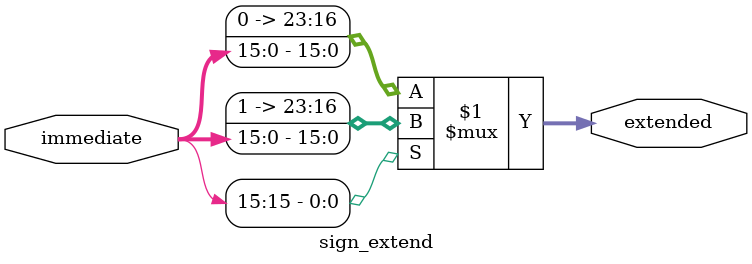
<source format=v>
`timescale 1ns / 1ps
module sign_extend#(parameter WIDTH = 16)
	(input [WIDTH-1:0] immediate,
	 output [(WIDTH+8)-1:0] extended);

   //sign extend our 16 bit immediate to a 32 bit immediate 
	assign extended = (immediate[WIDTH-1]) ? {8'hff,immediate} : {8'h00,immediate}; 
	

	
																	

endmodule

</source>
